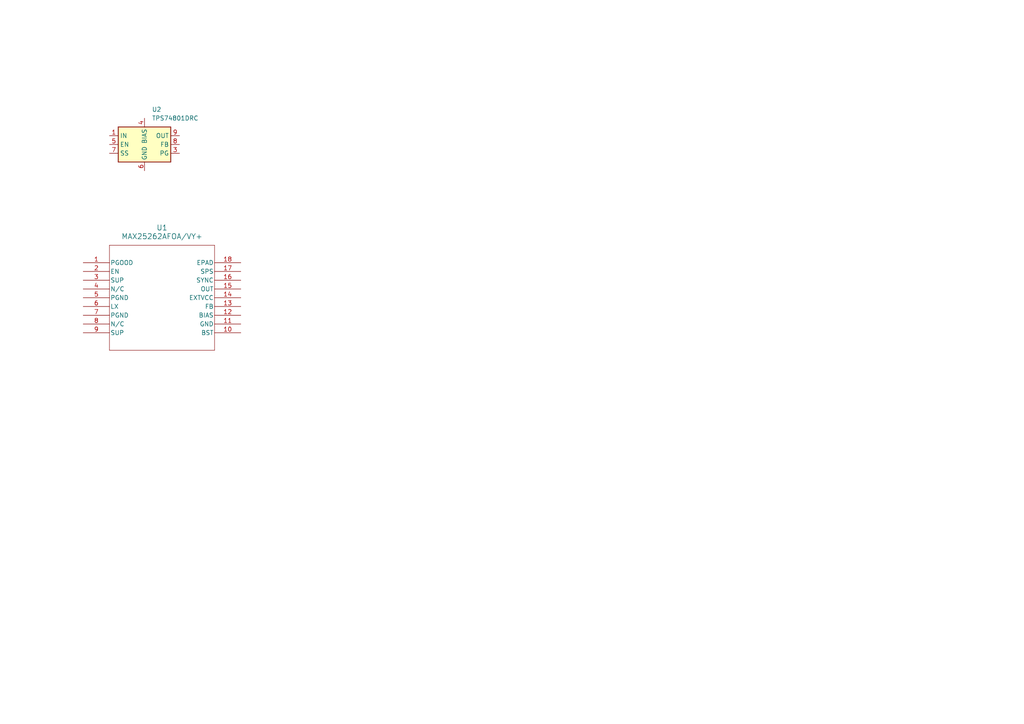
<source format=kicad_sch>
(kicad_sch (version 20250114) (generator "eeschema") (generator_version "9.0")
  (paper "A4")
  (lib_symbols
    (symbol "MAX25262:MAX25262AFOA_VY+" (pin_names (offset 0.254))
      (property "Reference" "U" (at 22.86 10.16 0))
      (property "Value" "MAX25262AFOA/VY+" (at 22.86 7.62 0))
      (symbol "MAX25262AFOA_VY+_0_1"
        (polyline (pts (xy 7.62 5.08) (xy 7.62 -25.4)) (stroke (width 0.127)))
        (polyline (pts (xy 7.62 -25.4) (xy 38.1 -25.4)) (stroke (width 0.127)))
        (polyline (pts (xy 38.1 5.08) (xy 7.62 5.08)) (stroke (width 0.127)))
        (polyline (pts (xy 38.1 -25.4) (xy 38.1 5.08)) (stroke (width 0.127)))
        (pin unspecified line (at 0 0 0) (length 7.62) (name "PGOOD") (number "1"))
        (pin input line (at 0 -2.54 0) (length 7.62) (name "EN") (number "2"))
        (pin input line (at 0 -5.08 0) (length 7.62) (name "SUP") (number "3"))
        (pin unspecified line (at 0 -7.62 0) (length 7.62) (name "N/C") (number "4"))
        (pin power_in line (at 0 -10.16 0) (length 7.62) (name "PGND") (number "5"))
        (pin unspecified line (at 0 -12.7 0) (length 7.62) (name "LX") (number "6"))
        (pin power_in line (at 0 -15.24 0) (length 7.62) (name "PGND") (number "7"))
        (pin unspecified line (at 0 -17.78 0) (length 7.62) (name "N/C") (number "8"))
        (pin input line (at 0 -20.32 0) (length 7.62) (name "SUP") (number "9"))
        (pin power_in line (at 45.72 0 180) (length 7.62) (name "EPAD") (number "18"))
        (pin input line (at 45.72 -2.54 180) (length 7.62) (name "SPS") (number "17"))
        (pin input line (at 45.72 -5.08 180) (length 7.62) (name "SYNC") (number "16"))
        (pin input line (at 45.72 -7.62 180) (length 7.62) (name "OUT") (number "15"))
        (pin input line (at 45.72 -10.16 180) (length 7.62) (name "EXTVCC") (number "14"))
        (pin input line (at 45.72 -12.7 180) (length 7.62) (name "FB") (number "13"))
        (pin output line (at 45.72 -15.24 180) (length 7.62) (name "BIAS") (number "12"))
        (pin power_in line (at 45.72 -17.78 180) (length 7.62) (name "GND") (number "11"))
        (pin unspecified line (at 45.72 -20.32 180) (length 7.62) (name "BST") (number "10"))
      )
    )
    (symbol "Regulator_Linear:TPS74801DRC"
      (property "Reference" "U" (at 6.35 8.89 0))
      (property "Value" "TPS74801DRC" (at 7.62 6.35 0))
      (symbol "TPS74801DRC_0_1"
        (rectangle (start -7.62 5.08) (end 7.62 -5.08) (stroke (width 0.254)) (fill (type background)))
      )
      (symbol "TPS74801DRC_1_1"
        (pin power_in line (at -10.16 2.54 0) (length 2.54) (name "IN") (number "1"))
        (pin passive line (at -10.16 2.54 0) (length 2.54) (hide yes) (name "IN") (number "2"))
        (pin input line (at -10.16 0 0) (length 2.54) (name "EN") (number "5"))
        (pin passive line (at -10.16 -2.54 0) (length 2.54) (name "SS") (number "7"))
        (pin power_in line (at 0 7.62 270) (length 2.54) (name "BIAS") (number "4"))
        (pin passive line (at 0 -7.62 90) (length 2.54) (hide yes) (name "GND") (number "11"))
        (pin power_in line (at 0 -7.62 90) (length 2.54) (name "GND") (number "6"))
        (pin passive line (at 10.16 2.54 180) (length 2.54) (hide yes) (name "OUT") (number "10"))
        (pin power_out line (at 10.16 2.54 180) (length 2.54) (name "OUT") (number "9"))
        (pin input line (at 10.16 0 180) (length 2.54) (name "FB") (number "8"))
        (pin open_collector line (at 10.16 -2.54 180) (length 2.54) (name "PG") (number "3"))
      )
    )
  )
  (symbol (lib_id "Regulator_Linear:TPS74801DRC") (at 41.91 41.91 0) (unit 1)
    (property "Reference" "U2" (at 44.0533 31.75 0) (effects (justify left)))
    (property "Value" "TPS74801DRC" (at 44.0533 34.29 0) (effects (justify left)))
    (property "Footprint" "Package_SON:VSON-10-1EP_3x3mm_P0.5mm_EP1.65x2.4mm_ThermalVias" (effects (hide yes)))
    (property "Datasheet" "https://www.ti.com/lit/ds/symlink/tps74801.pdf" (effects (hide yes)))
    (property "Description" "Texas Instruments 1.5A, Low-Dropout Linear Regulator With Programmable Soft-Start, 0.8-5.5Vin, 2.7-6.0Vbias, 0.8-3.6Vout" (effects (hide yes)))
  )
  (symbol (lib_id "MAX25262:MAX25262AFOA_VY+") (at 24.13 76.2 0) (unit 1)
    (property "Reference" "U1" (at 46.99 66.04 0) (effects (font (size 1.524 1.524))))
    (property "Value" "MAX25262AFOA/VY+" (at 46.99 68.58 0) (effects (font (size 1.524 1.524))))
    (property "Footprint" "MAX25262:21-100429_90-100162_MXM" (effects (hide yes)))
    (property "Datasheet" "MAX25262AFOA/VY+" (effects (hide yes)))
  )
)
</source>
